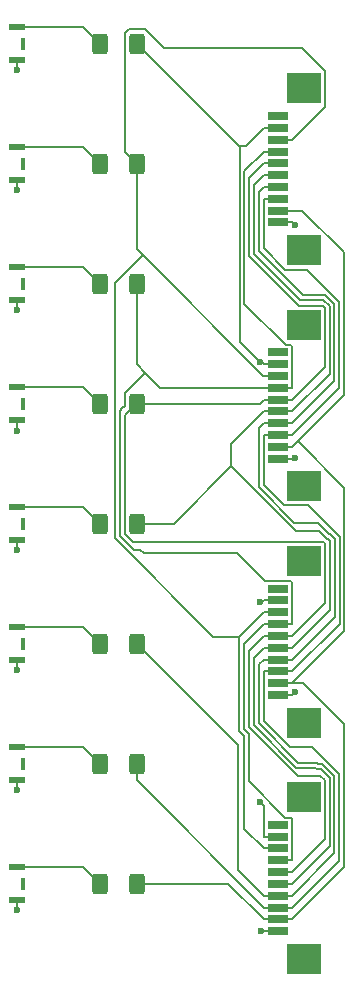
<source format=gbr>
%TF.GenerationSoftware,KiCad,Pcbnew,8.0.3-8.0.3-0~ubuntu22.04.1*%
%TF.CreationDate,2024-10-28T10:58:27+03:00*%
%TF.ProjectId,PM-LED8,504d2d4c-4544-4382-9e6b-696361645f70,rev?*%
%TF.SameCoordinates,Original*%
%TF.FileFunction,Copper,L1,Top*%
%TF.FilePolarity,Positive*%
%FSLAX46Y46*%
G04 Gerber Fmt 4.6, Leading zero omitted, Abs format (unit mm)*
G04 Created by KiCad (PCBNEW 8.0.3-8.0.3-0~ubuntu22.04.1) date 2024-10-28 10:58:27*
%MOMM*%
%LPD*%
G01*
G04 APERTURE LIST*
G04 Aperture macros list*
%AMRoundRect*
0 Rectangle with rounded corners*
0 $1 Rounding radius*
0 $2 $3 $4 $5 $6 $7 $8 $9 X,Y pos of 4 corners*
0 Add a 4 corners polygon primitive as box body*
4,1,4,$2,$3,$4,$5,$6,$7,$8,$9,$2,$3,0*
0 Add four circle primitives for the rounded corners*
1,1,$1+$1,$2,$3*
1,1,$1+$1,$4,$5*
1,1,$1+$1,$6,$7*
1,1,$1+$1,$8,$9*
0 Add four rect primitives between the rounded corners*
20,1,$1+$1,$2,$3,$4,$5,0*
20,1,$1+$1,$4,$5,$6,$7,0*
20,1,$1+$1,$6,$7,$8,$9,0*
20,1,$1+$1,$8,$9,$2,$3,0*%
G04 Aperture macros list end*
%TA.AperFunction,SMDPad,CuDef*%
%ADD10R,1.803400X0.635000*%
%TD*%
%TA.AperFunction,SMDPad,CuDef*%
%ADD11R,2.997200X2.590800*%
%TD*%
%TA.AperFunction,SMDPad,CuDef*%
%ADD12R,1.410000X0.630000*%
%TD*%
%TA.AperFunction,SMDPad,CuDef*%
%ADD13R,0.430000X1.070000*%
%TD*%
%TA.AperFunction,SMDPad,CuDef*%
%ADD14RoundRect,0.250000X-0.400000X-0.625000X0.400000X-0.625000X0.400000X0.625000X-0.400000X0.625000X0*%
%TD*%
%TA.AperFunction,ViaPad*%
%ADD15C,0.600000*%
%TD*%
%TA.AperFunction,Conductor*%
%ADD16C,0.200000*%
%TD*%
G04 APERTURE END LIST*
D10*
%TO.P,J3,1,Pin_1*%
%TO.N,GND*%
X8444000Y-14499991D03*
%TO.P,J3,2,Pin_2*%
%TO.N,Net-(J1-Pin_2)*%
X8444000Y-13499993D03*
%TO.P,J3,3,Pin_3*%
%TO.N,Net-(J1-Pin_3)*%
X8444000Y-12499995D03*
%TO.P,J3,4,Pin_4*%
%TO.N,Net-(J1-Pin_4)*%
X8444000Y-11499997D03*
%TO.P,J3,5,Pin_5*%
%TO.N,Net-(J1-Pin_5)*%
X8444000Y-10499999D03*
%TO.P,J3,6,Pin_6*%
%TO.N,Net-(J1-Pin_6)*%
X8444000Y-9500001D03*
%TO.P,J3,7,Pin_7*%
%TO.N,Net-(J1-Pin_7)*%
X8444000Y-8500003D03*
%TO.P,J3,8,Pin_8*%
%TO.N,Net-(J1-Pin_8)*%
X8444000Y-7500005D03*
%TO.P,J3,9,Pin_9*%
%TO.N,Net-(J1-Pin_9)*%
X8444000Y-6500007D03*
%TO.P,J3,10,Pin_10*%
%TO.N,unconnected-(J3-Pin_10-Pad10)*%
X8444000Y-5500009D03*
D11*
%TO.P,J3,11*%
%TO.N,N/C*%
X10614001Y-16850002D03*
%TO.P,J3,12*%
X10614001Y-3149998D03*
%TD*%
D12*
%TO.P,D2,1*%
%TO.N,Net-(D2-Pad1)*%
X-13669000Y31900000D03*
%TO.P,D2,2*%
%TO.N,GND*%
X-13669000Y29060000D03*
D13*
%TO.P,D2,3*%
%TO.N,N/C*%
X-13179000Y30480000D03*
%TD*%
D14*
%TO.P,R3,1*%
%TO.N,Net-(D3-Pad1)*%
X-6630000Y20320000D03*
%TO.P,R3,2*%
%TO.N,Net-(J1-Pin_7)*%
X-3530000Y20320000D03*
%TD*%
D12*
%TO.P,D1,1*%
%TO.N,Net-(D1-Pad1)*%
X-13669000Y42060000D03*
%TO.P,D1,2*%
%TO.N,GND*%
X-13669000Y39220000D03*
D13*
%TO.P,D1,3*%
%TO.N,N/C*%
X-13179000Y40640000D03*
%TD*%
D14*
%TO.P,R7,1*%
%TO.N,Net-(D7-Pad1)*%
X-6630000Y-20320000D03*
%TO.P,R7,2*%
%TO.N,Net-(J1-Pin_3)*%
X-3530000Y-20320000D03*
%TD*%
%TO.P,R5,1*%
%TO.N,Net-(D5-Pad1)*%
X-6630000Y0D03*
%TO.P,R5,2*%
%TO.N,Net-(J1-Pin_5)*%
X-3530000Y0D03*
%TD*%
%TO.P,R1,1*%
%TO.N,Net-(D1-Pad1)*%
X-6630000Y40640000D03*
%TO.P,R1,2*%
%TO.N,Net-(J1-Pin_9)*%
X-3530000Y40640000D03*
%TD*%
D12*
%TO.P,D8,1*%
%TO.N,Net-(D8-Pad1)*%
X-13669000Y-29060000D03*
%TO.P,D8,2*%
%TO.N,GND*%
X-13669000Y-31900000D03*
D13*
%TO.P,D8,3*%
%TO.N,N/C*%
X-13179000Y-30480000D03*
%TD*%
D14*
%TO.P,R8,1*%
%TO.N,Net-(D8-Pad1)*%
X-6630000Y-30480000D03*
%TO.P,R8,2*%
%TO.N,Net-(J1-Pin_2)*%
X-3530000Y-30480000D03*
%TD*%
D12*
%TO.P,D5,1*%
%TO.N,Net-(D5-Pad1)*%
X-13669000Y1420000D03*
%TO.P,D5,2*%
%TO.N,GND*%
X-13669000Y-1420000D03*
D13*
%TO.P,D5,3*%
%TO.N,N/C*%
X-13179000Y0D03*
%TD*%
D12*
%TO.P,D6,1*%
%TO.N,Net-(D6-Pad1)*%
X-13669000Y-8740000D03*
%TO.P,D6,2*%
%TO.N,GND*%
X-13669000Y-11580000D03*
D13*
%TO.P,D6,3*%
%TO.N,N/C*%
X-13179000Y-10160000D03*
%TD*%
D10*
%TO.P,J4,1,Pin_1*%
%TO.N,GND*%
X8444000Y-34499991D03*
%TO.P,J4,2,Pin_2*%
%TO.N,Net-(J1-Pin_2)*%
X8444000Y-33499993D03*
%TO.P,J4,3,Pin_3*%
%TO.N,Net-(J1-Pin_3)*%
X8444000Y-32499995D03*
%TO.P,J4,4,Pin_4*%
%TO.N,Net-(J1-Pin_4)*%
X8444000Y-31499997D03*
%TO.P,J4,5,Pin_5*%
%TO.N,Net-(J1-Pin_5)*%
X8444000Y-30499999D03*
%TO.P,J4,6,Pin_6*%
%TO.N,Net-(J1-Pin_6)*%
X8444000Y-29500001D03*
%TO.P,J4,7,Pin_7*%
%TO.N,Net-(J1-Pin_7)*%
X8444000Y-28500003D03*
%TO.P,J4,8,Pin_8*%
%TO.N,Net-(J1-Pin_8)*%
X8444000Y-27500005D03*
%TO.P,J4,9,Pin_9*%
%TO.N,Net-(J1-Pin_9)*%
X8444000Y-26500007D03*
%TO.P,J4,10,Pin_10*%
%TO.N,unconnected-(J4-Pin_10-Pad10)*%
X8444000Y-25500009D03*
D11*
%TO.P,J4,11*%
%TO.N,N/C*%
X10614001Y-36850002D03*
%TO.P,J4,12*%
X10614001Y-23149998D03*
%TD*%
D12*
%TO.P,D3,1*%
%TO.N,Net-(D3-Pad1)*%
X-13669000Y21740000D03*
%TO.P,D3,2*%
%TO.N,GND*%
X-13669000Y18900000D03*
D13*
%TO.P,D3,3*%
%TO.N,N/C*%
X-13179000Y20320000D03*
%TD*%
D12*
%TO.P,D7,1*%
%TO.N,Net-(D7-Pad1)*%
X-13669000Y-18900000D03*
%TO.P,D7,2*%
%TO.N,GND*%
X-13669000Y-21740000D03*
D13*
%TO.P,D7,3*%
%TO.N,N/C*%
X-13179000Y-20320000D03*
%TD*%
D10*
%TO.P,J1,1,Pin_1*%
%TO.N,GND*%
X8444000Y25500009D03*
%TO.P,J1,2,Pin_2*%
%TO.N,Net-(J1-Pin_2)*%
X8444000Y26500007D03*
%TO.P,J1,3,Pin_3*%
%TO.N,Net-(J1-Pin_3)*%
X8444000Y27500005D03*
%TO.P,J1,4,Pin_4*%
%TO.N,Net-(J1-Pin_4)*%
X8444000Y28500003D03*
%TO.P,J1,5,Pin_5*%
%TO.N,Net-(J1-Pin_5)*%
X8444000Y29500001D03*
%TO.P,J1,6,Pin_6*%
%TO.N,Net-(J1-Pin_6)*%
X8444000Y30499999D03*
%TO.P,J1,7,Pin_7*%
%TO.N,Net-(J1-Pin_7)*%
X8444000Y31499997D03*
%TO.P,J1,8,Pin_8*%
%TO.N,Net-(J1-Pin_8)*%
X8444000Y32499995D03*
%TO.P,J1,9,Pin_9*%
%TO.N,Net-(J1-Pin_9)*%
X8444000Y33499993D03*
%TO.P,J1,10,Pin_10*%
%TO.N,unconnected-(J1-Pin_10-Pad10)*%
X8444000Y34499991D03*
D11*
%TO.P,J1,11*%
%TO.N,N/C*%
X10614001Y23149998D03*
%TO.P,J1,12*%
X10614001Y36850002D03*
%TD*%
D10*
%TO.P,J2,1,Pin_1*%
%TO.N,GND*%
X8444000Y5500009D03*
%TO.P,J2,2,Pin_2*%
%TO.N,Net-(J1-Pin_2)*%
X8444000Y6500007D03*
%TO.P,J2,3,Pin_3*%
%TO.N,Net-(J1-Pin_3)*%
X8444000Y7500005D03*
%TO.P,J2,4,Pin_4*%
%TO.N,Net-(J1-Pin_4)*%
X8444000Y8500003D03*
%TO.P,J2,5,Pin_5*%
%TO.N,Net-(J1-Pin_5)*%
X8444000Y9500001D03*
%TO.P,J2,6,Pin_6*%
%TO.N,Net-(J1-Pin_6)*%
X8444000Y10499999D03*
%TO.P,J2,7,Pin_7*%
%TO.N,Net-(J1-Pin_7)*%
X8444000Y11499997D03*
%TO.P,J2,8,Pin_8*%
%TO.N,Net-(J1-Pin_8)*%
X8444000Y12499995D03*
%TO.P,J2,9,Pin_9*%
%TO.N,Net-(J1-Pin_9)*%
X8444000Y13499993D03*
%TO.P,J2,10,Pin_10*%
%TO.N,unconnected-(J2-Pin_10-Pad10)*%
X8444000Y14499991D03*
D11*
%TO.P,J2,11*%
%TO.N,N/C*%
X10614001Y3149998D03*
%TO.P,J2,12*%
X10614001Y16850002D03*
%TD*%
D12*
%TO.P,D4,1*%
%TO.N,Net-(D4-Pad1)*%
X-13669000Y11580000D03*
%TO.P,D4,2*%
%TO.N,GND*%
X-13669000Y8740000D03*
D13*
%TO.P,D4,3*%
%TO.N,N/C*%
X-13179000Y10160000D03*
%TD*%
D14*
%TO.P,R2,1*%
%TO.N,Net-(D2-Pad1)*%
X-6630000Y30480000D03*
%TO.P,R2,2*%
%TO.N,Net-(J1-Pin_8)*%
X-3530000Y30480000D03*
%TD*%
%TO.P,R6,1*%
%TO.N,Net-(D6-Pad1)*%
X-6630000Y-10160000D03*
%TO.P,R6,2*%
%TO.N,Net-(J1-Pin_4)*%
X-3530000Y-10160000D03*
%TD*%
%TO.P,R4,1*%
%TO.N,Net-(D4-Pad1)*%
X-6630000Y10160000D03*
%TO.P,R4,2*%
%TO.N,Net-(J1-Pin_6)*%
X-3530000Y10160000D03*
%TD*%
D15*
%TO.N,GND*%
X-13669000Y-32749700D03*
X9862800Y-14284600D03*
X9865100Y25282300D03*
X-13669000Y28215800D03*
X-13669000Y18080000D03*
X-13669000Y7888700D03*
X-13669000Y-2253900D03*
X7031500Y-34447000D03*
X-13669000Y38383500D03*
X9853100Y5532700D03*
X-13669000Y-12421700D03*
X-13669000Y-22568100D03*
%TO.N,Net-(J1-Pin_9)*%
X6900900Y13711600D03*
X6900900Y-6641000D03*
X6922700Y-23589200D03*
%TD*%
D16*
%TO.N,GND*%
X-13669000Y-1420000D02*
X-13669000Y-2253900D01*
X-13669000Y-32749700D02*
X-13669000Y-31900000D01*
X-13669000Y-12421700D02*
X-13669000Y-11580000D01*
X9647400Y5500000D02*
X9680100Y5532700D01*
X7187600Y-34447000D02*
X7240600Y-34500000D01*
X7031500Y-34447000D02*
X7187600Y-34447000D01*
X8444000Y-34500000D02*
X7240600Y-34500000D01*
X-13669000Y-22568100D02*
X-13669000Y-21740000D01*
X-13669000Y38383500D02*
X-13669000Y39220000D01*
X8444000Y-14500000D02*
X9647400Y-14500000D01*
X9647400Y-14500000D02*
X9862800Y-14284600D01*
X-13669000Y18080000D02*
X-13669000Y18900000D01*
X9865100Y25282300D02*
X9647400Y25500000D01*
X-13669000Y28215800D02*
X-13669000Y29060000D01*
X8444000Y25500000D02*
X9647400Y25500000D01*
X9680100Y5532700D02*
X9853100Y5532700D01*
X8444000Y5500000D02*
X9647400Y5500000D01*
X-13669000Y7888700D02*
X-13669000Y8740000D01*
%TO.N,Net-(J1-Pin_3)*%
X8200900Y-32500000D02*
X7240600Y-32500000D01*
X8944900Y7500000D02*
X9647400Y7500000D01*
X8444000Y-32500000D02*
X9647400Y-32500000D01*
X8444000Y-12500000D02*
X9647400Y-12500000D01*
X10921500Y21467200D02*
X9076100Y21467200D01*
X13619400Y11472000D02*
X13619400Y18769300D01*
X-3530000Y-21729400D02*
X7240600Y-32500000D01*
X13670400Y-8477000D02*
X9647400Y-12500000D01*
X10986700Y1552900D02*
X13670400Y-1130800D01*
X11307600Y-18890800D02*
X13627400Y-21210600D01*
X7240600Y-16701400D02*
X9430000Y-18890800D01*
X13627400Y-28520000D02*
X9647400Y-32500000D01*
X13670400Y-1130800D02*
X13670400Y-8477000D01*
X8444000Y27500000D02*
X7240600Y27500000D01*
X9647400Y7500000D02*
X13619400Y11472000D01*
X7240600Y7500000D02*
X7240600Y3247900D01*
X8444000Y7500000D02*
X7240600Y7500000D01*
X13619400Y18769300D02*
X10921500Y21467200D01*
X9076100Y21467200D02*
X7240600Y23302700D01*
X8444000Y-12500000D02*
X7240600Y-12500000D01*
X13627400Y-21210600D02*
X13627400Y-28520000D01*
X7240600Y23302700D02*
X7240600Y27500000D01*
X9430000Y-18890800D02*
X11307600Y-18890800D01*
X8944900Y7500000D02*
X8444000Y7500000D01*
X8200900Y-32500000D02*
X8444000Y-32500000D01*
X8935600Y1552900D02*
X10986700Y1552900D01*
X7240600Y3247900D02*
X8935600Y1552900D01*
X7240600Y-12500000D02*
X7240600Y-16701400D01*
X-3530000Y-20320000D02*
X-3530000Y-21729400D01*
%TO.N,Net-(J1-Pin_2)*%
X9647400Y6500000D02*
X10117600Y6970200D01*
X8444000Y-13500000D02*
X9647400Y-13500000D01*
X8200900Y-33500000D02*
X8444000Y-33500000D01*
X8444000Y6500000D02*
X9647400Y6500000D01*
X14077300Y-9070100D02*
X9647400Y-13500000D01*
X14021100Y10873700D02*
X14021100Y22970200D01*
X14021100Y22970200D02*
X10491300Y26500000D01*
X10117600Y6970200D02*
X14021100Y10873700D01*
X10574900Y-13500000D02*
X9647400Y-13500000D01*
X8444000Y-33500000D02*
X9647400Y-33500000D01*
X9647400Y-33500000D02*
X14070600Y-29076800D01*
X10491300Y26500000D02*
X8444000Y26500000D01*
X-3530000Y-30480000D02*
X4220600Y-30480000D01*
X14070600Y-16995700D02*
X10574900Y-13500000D01*
X8200900Y-33500000D02*
X7240600Y-33500000D01*
X10117600Y6970200D02*
X14077300Y3010400D01*
X14070600Y-29076800D02*
X14070600Y-16995700D01*
X4220600Y-30480000D02*
X7240600Y-33500000D01*
X14077300Y3010400D02*
X14077300Y-9070100D01*
%TO.N,Net-(J1-Pin_6)*%
X8444000Y10500000D02*
X9647400Y10500000D01*
X9045700Y-9500000D02*
X8444000Y-9500000D01*
X-3810500Y-1552900D02*
X12307700Y-1552900D01*
X12414300Y-26733100D02*
X9647400Y-29500000D01*
X7842300Y10500000D02*
X8444000Y10500000D01*
X12043600Y-21358800D02*
X12414300Y-21729500D01*
X5996100Y-10744500D02*
X5996100Y-17221600D01*
X12434800Y-1680000D02*
X12434800Y-6712600D01*
X-3530000Y10160000D02*
X-4506500Y9183500D01*
X-3530000Y10160000D02*
X6900600Y10160000D01*
X12434800Y-6712600D02*
X9647400Y-9500000D01*
X8444000Y-9500000D02*
X7240600Y-9500000D01*
X10133300Y-21358800D02*
X12043600Y-21358800D01*
X9045700Y-9500000D02*
X9647400Y-9500000D01*
X10245400Y18447100D02*
X6022200Y22670300D01*
X12414300Y13266900D02*
X12414300Y18270400D01*
X6022200Y22670300D02*
X6022200Y29281600D01*
X12307700Y-1552900D02*
X12434800Y-1680000D01*
X12414300Y18270400D02*
X12237600Y18447100D01*
X7842300Y10500000D02*
X7240600Y10500000D01*
X7240600Y-9500000D02*
X5996100Y-10744500D01*
X8444000Y30500000D02*
X7240600Y30500000D01*
X12237600Y18447100D02*
X10245400Y18447100D01*
X6900600Y10160000D02*
X7240600Y10500000D01*
X-4506500Y9183500D02*
X-4506500Y-856900D01*
X8444000Y-29500000D02*
X9647400Y-29500000D01*
X12414300Y-21729500D02*
X12414300Y-26733100D01*
X5996100Y-17221600D02*
X10133300Y-21358800D01*
X-4506500Y-856900D02*
X-3810500Y-1552900D01*
X6022200Y29281600D02*
X7240600Y30500000D01*
X9647400Y10500000D02*
X12414300Y13266900D01*
%TO.N,Net-(J1-Pin_4)*%
X8444000Y-31500000D02*
X9647400Y-31500000D01*
X11833800Y97400D02*
X9823100Y97400D01*
X6838900Y23073400D02*
X6838900Y28098300D01*
X11786400Y-20250700D02*
X10169200Y-20250700D01*
X13225700Y-21376900D02*
X12186900Y-20338100D01*
X5048900Y-18738900D02*
X5048900Y-29308300D01*
X-3530000Y-10160000D02*
X5048900Y-18738900D01*
X13238200Y-7909200D02*
X13238200Y-1266600D01*
X6838900Y28098300D02*
X7240600Y28500000D01*
X11873800Y-20338100D02*
X11786400Y-20250700D01*
X8444000Y8500000D02*
X7240600Y8500000D01*
X6832500Y-16914000D02*
X6832500Y-11908100D01*
X8444000Y-31500000D02*
X7240600Y-31500000D01*
X13225700Y-27921700D02*
X13225700Y-21376900D01*
X6832500Y-11908100D02*
X7240600Y-11500000D01*
X9045700Y-11500000D02*
X9647400Y-11500000D01*
X9647400Y-31500000D02*
X13225700Y-27921700D01*
X8444000Y-11500000D02*
X7240600Y-11500000D01*
X10541900Y19370400D02*
X6838900Y23073400D01*
X13217700Y12070300D02*
X13217700Y18603000D01*
X10169200Y-20250700D02*
X6832500Y-16914000D01*
X9647400Y8500000D02*
X13217700Y12070300D01*
X6838900Y8098300D02*
X7240600Y8500000D01*
X6838900Y3081600D02*
X6838900Y8098300D01*
X9823100Y97400D02*
X6838900Y3081600D01*
X5048900Y-29308300D02*
X7240600Y-31500000D01*
X13238200Y-1266600D02*
X12843000Y-871400D01*
X9045700Y-11500000D02*
X8444000Y-11500000D01*
X12843000Y-871400D02*
X12802600Y-871400D01*
X8444000Y28500000D02*
X7240600Y28500000D01*
X9647400Y-11500000D02*
X13238200Y-7909200D01*
X13217700Y18603000D02*
X12450300Y19370400D01*
X12802600Y-871400D02*
X11833800Y97400D01*
X12186900Y-20338100D02*
X11873800Y-20338100D01*
X8444000Y8500000D02*
X9647400Y8500000D01*
X12450300Y19370400D02*
X10541900Y19370400D01*
%TO.N,Net-(J1-Pin_7)*%
X9095400Y15119200D02*
X5605900Y18608700D01*
X-4543000Y9978900D02*
X-4543000Y10546900D01*
X-3769700Y-2202700D02*
X-4941600Y-1030800D01*
X-3530000Y20320000D02*
X-3530000Y13512200D01*
X8444000Y11500000D02*
X9647400Y11500000D01*
X5605900Y18608700D02*
X5605900Y29865300D01*
X-4482700Y11065000D02*
X-2782700Y12765000D01*
X-3530000Y13512200D02*
X-2782700Y12765000D01*
X-2884800Y-2521800D02*
X-3203900Y-2202700D01*
X9647400Y14988500D02*
X9516700Y15119200D01*
X-4941600Y9578200D02*
X-4759100Y9760700D01*
X8444000Y-28500000D02*
X9647400Y-28500000D01*
X5995200Y-17788700D02*
X5995200Y-21805400D01*
X5594400Y-17387900D02*
X5995200Y-17788700D01*
X-4482700Y10607200D02*
X-4482700Y11065000D01*
X5995200Y-21805400D02*
X9070600Y-24880800D01*
X8444000Y31500000D02*
X7240600Y31500000D01*
X5594400Y-10146200D02*
X5594400Y-17387900D01*
X9539700Y-4880800D02*
X7323500Y-4880800D01*
X7240600Y-8500000D02*
X5594400Y-10146200D01*
X-3203900Y-2202700D02*
X-3769700Y-2202700D01*
X-4941600Y-1030800D02*
X-4941600Y9578200D01*
X-2782700Y12765000D02*
X-1517800Y11500000D01*
X7323500Y-4880800D02*
X4964500Y-2521800D01*
X7943200Y-8500000D02*
X7240600Y-8500000D01*
X9647400Y11500000D02*
X9647400Y14988500D01*
X9647400Y-4988500D02*
X9539700Y-4880800D01*
X4964500Y-2521800D02*
X-2884800Y-2521800D01*
X-1517800Y11500000D02*
X7240600Y11500000D01*
X9070600Y-24880800D02*
X9525300Y-24880800D01*
X5605900Y29865300D02*
X7240600Y31500000D01*
X-4759100Y9760700D02*
X-4759100Y9762800D01*
X8444000Y-8500000D02*
X9647400Y-8500000D01*
X7943200Y11500000D02*
X8444000Y11500000D01*
X9647400Y-25002900D02*
X9647400Y-28500000D01*
X9647400Y-8500000D02*
X9647400Y-4988500D01*
X-4759100Y9762800D02*
X-4543000Y9978900D01*
X9525300Y-24880800D02*
X9647400Y-25002900D01*
X-4543000Y10546900D02*
X-4482700Y10607200D01*
X9516700Y15119200D02*
X9095400Y15119200D01*
X7943200Y11500000D02*
X7240600Y11500000D01*
X7943200Y-8500000D02*
X8444000Y-8500000D01*
%TO.N,Net-(J1-Pin_9)*%
X5202700Y15409800D02*
X6900900Y13711600D01*
X8444000Y-26500000D02*
X7240600Y-26500000D01*
X7240600Y-26500000D02*
X7240600Y-23907100D01*
X5202700Y31981500D02*
X5202700Y15409800D01*
X6900900Y-6641000D02*
X7099600Y-6641000D01*
X8444000Y-6500000D02*
X7240600Y-6500000D01*
X7029000Y13711600D02*
X6900900Y13711600D01*
X7240600Y13500000D02*
X7029000Y13711600D01*
X7240600Y33500000D02*
X5722100Y31981500D01*
X5128500Y31981500D02*
X-3530000Y40640000D01*
X7099600Y-6641000D02*
X7240600Y-6500000D01*
X7240600Y-23907100D02*
X6922700Y-23589200D01*
X8444000Y33500000D02*
X7240600Y33500000D01*
X5722100Y31981500D02*
X5202700Y31981500D01*
X8444000Y13500000D02*
X7240600Y13500000D01*
X5202700Y31981500D02*
X5128500Y31981500D01*
%TO.N,Net-(J1-Pin_8)*%
X9045700Y32500000D02*
X8444000Y32500000D01*
X-4496300Y41533500D02*
X-4146100Y41883700D01*
X-5383700Y20347900D02*
X-3008600Y22723000D01*
X-4146100Y41883700D02*
X-2846500Y41883700D01*
X8444000Y-7500000D02*
X7240600Y-7500000D01*
X12414300Y38349900D02*
X12414300Y35266900D01*
X-1220200Y40257400D02*
X10506800Y40257400D01*
X5181800Y-9558800D02*
X5181800Y-17543300D01*
X8444000Y12500000D02*
X7214400Y12500000D01*
X5593500Y-17955000D02*
X5593500Y-25852900D01*
X5181800Y-9558800D02*
X2980100Y-9558800D01*
X9045700Y32500000D02*
X9647400Y32500000D01*
X-3008600Y22723000D02*
X-3530000Y23244400D01*
X2980100Y-9558800D02*
X-5383700Y-1195000D01*
X-3530000Y30480000D02*
X-4496300Y31446300D01*
X-4496300Y31446300D02*
X-4496300Y41533500D01*
X10506800Y40257400D02*
X12414300Y38349900D01*
X5593500Y-25852900D02*
X7240600Y-27500000D01*
X12414300Y35266900D02*
X9647400Y32500000D01*
X7214400Y12500000D02*
X-3008600Y22723000D01*
X8444000Y-27500000D02*
X7240600Y-27500000D01*
X5181800Y-9558800D02*
X7240600Y-7500000D01*
X-3530000Y23244400D02*
X-3530000Y30480000D01*
X5181800Y-17543300D02*
X5593500Y-17955000D01*
X-5383700Y-1195000D02*
X-5383700Y20347900D01*
X-2846500Y41883700D02*
X-1220200Y40257400D01*
%TO.N,Net-(J1-Pin_5)*%
X12836500Y-1432900D02*
X12836500Y-7310900D01*
X6397800Y-17055300D02*
X9994900Y-20652400D01*
X9647400Y9500000D02*
X12816000Y12668600D01*
X9994900Y-20652400D02*
X11620100Y-20652400D01*
X12824000Y-27323400D02*
X9647400Y-30500000D01*
X-330900Y0D02*
X-3530000Y0D01*
X12061900Y-20781100D02*
X12824000Y-21543200D01*
X8444000Y-10500000D02*
X7240600Y-10500000D01*
X11952000Y-629200D02*
X12595900Y-1273100D01*
X4510800Y6770200D02*
X4510800Y4841700D01*
X12836500Y-7310900D02*
X9647400Y-10500000D01*
X6436400Y22831100D02*
X6436400Y28695800D01*
X11748800Y-20781100D02*
X12061900Y-20781100D01*
X9045700Y9500000D02*
X9647400Y9500000D01*
X11620100Y-20652400D02*
X11748800Y-20781100D01*
X9981700Y-629200D02*
X11952000Y-629200D01*
X9045700Y9500000D02*
X8444000Y9500000D01*
X8444000Y29500000D02*
X7240600Y29500000D01*
X6397800Y-11342800D02*
X6397800Y-17055300D01*
X12284000Y18968700D02*
X10298800Y18968700D01*
X7240600Y9500000D02*
X4510800Y6770200D01*
X12676700Y-1273100D02*
X12836500Y-1432900D01*
X12816000Y12668600D02*
X12816000Y18436700D01*
X8444000Y-10500000D02*
X9647400Y-10500000D01*
X12824000Y-21543200D02*
X12824000Y-27323400D01*
X4510800Y4841700D02*
X9981700Y-629200D01*
X6436400Y28695800D02*
X7240600Y29500000D01*
X4510800Y4841700D02*
X-330900Y0D01*
X12595900Y-1273100D02*
X12676700Y-1273100D01*
X10298800Y18968700D02*
X6436400Y22831100D01*
X8444000Y9500000D02*
X7240600Y9500000D01*
X8444000Y-30500000D02*
X9647400Y-30500000D01*
X12816000Y18436700D02*
X12284000Y18968700D01*
X7240600Y-10500000D02*
X6397800Y-11342800D01*
%TO.N,Net-(D1-Pad1)*%
X-8050000Y42060000D02*
X-6630000Y40640000D01*
X-13669000Y42060000D02*
X-8050000Y42060000D01*
%TO.N,Net-(D2-Pad1)*%
X-8050000Y31900000D02*
X-6630000Y30480000D01*
X-13669000Y31900000D02*
X-8050000Y31900000D01*
%TO.N,Net-(D3-Pad1)*%
X-8050000Y21740000D02*
X-6630000Y20320000D01*
X-13669000Y21740000D02*
X-8050000Y21740000D01*
%TO.N,Net-(D4-Pad1)*%
X-13669000Y11580000D02*
X-8050000Y11580000D01*
X-8050000Y11580000D02*
X-6630000Y10160000D01*
%TO.N,Net-(D5-Pad1)*%
X-13669000Y1420000D02*
X-8050000Y1420000D01*
X-8050000Y1420000D02*
X-6630000Y0D01*
%TO.N,Net-(D6-Pad1)*%
X-13669000Y-8740000D02*
X-8050000Y-8740000D01*
X-8050000Y-8740000D02*
X-6630000Y-10160000D01*
%TO.N,Net-(D7-Pad1)*%
X-8050000Y-18900000D02*
X-6630000Y-20320000D01*
X-13669000Y-18900000D02*
X-8050000Y-18900000D01*
%TO.N,Net-(D8-Pad1)*%
X-8050000Y-29060000D02*
X-6630000Y-30480000D01*
X-13669000Y-29060000D02*
X-8050000Y-29060000D01*
%TD*%
M02*

</source>
